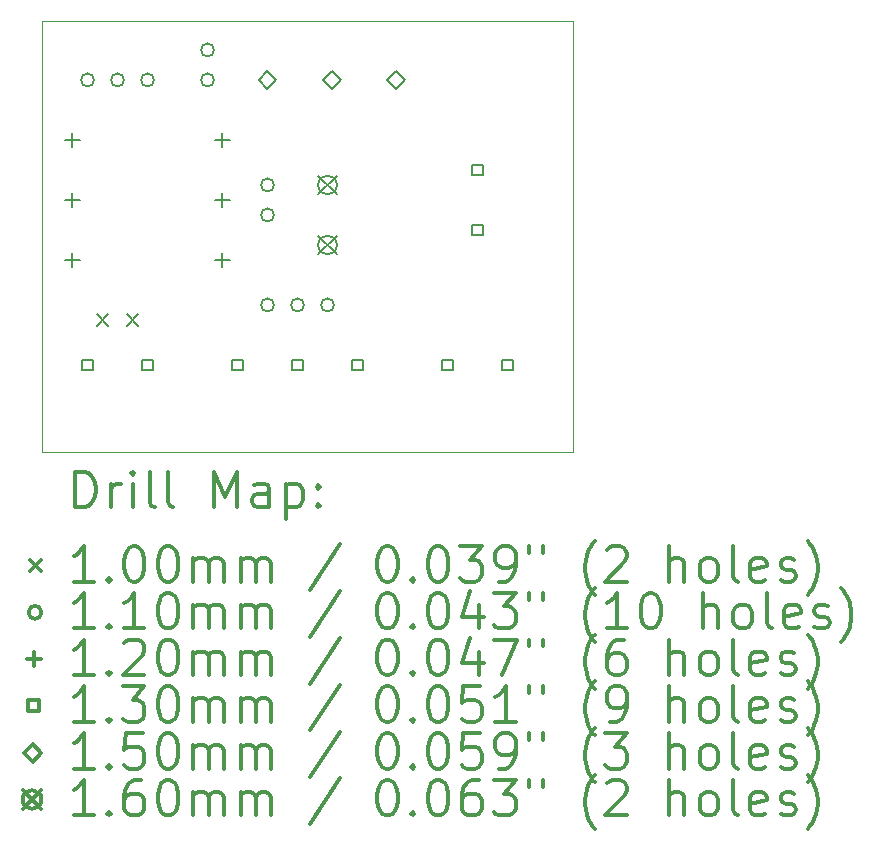
<source format=gbr>
%FSLAX45Y45*%
G04 Gerber Fmt 4.5, Leading zero omitted, Abs format (unit mm)*
G04 Created by KiCad (PCBNEW (5.1.2)-1) date 2020-03-03 11:04:51*
%MOMM*%
%LPD*%
G04 APERTURE LIST*
%ADD10C,0.050000*%
%ADD11C,0.200000*%
%ADD12C,0.300000*%
G04 APERTURE END LIST*
D10*
X14400000Y-11150000D02*
X14400000Y-7500000D01*
X9900000Y-11150000D02*
X14400000Y-11150000D01*
X14400000Y-7500000D02*
X9900000Y-7500000D01*
X9900000Y-7500000D02*
X9900000Y-11150000D01*
D11*
X10364000Y-9983000D02*
X10464000Y-10083000D01*
X10464000Y-9983000D02*
X10364000Y-10083000D01*
X10618000Y-9983000D02*
X10718000Y-10083000D01*
X10718000Y-9983000D02*
X10618000Y-10083000D01*
X11866000Y-8890000D02*
G75*
G03X11866000Y-8890000I-55000J0D01*
G01*
X11866000Y-9144000D02*
G75*
G03X11866000Y-9144000I-55000J0D01*
G01*
X11358000Y-7747000D02*
G75*
G03X11358000Y-7747000I-55000J0D01*
G01*
X11358000Y-8001000D02*
G75*
G03X11358000Y-8001000I-55000J0D01*
G01*
X11866000Y-9906000D02*
G75*
G03X11866000Y-9906000I-55000J0D01*
G01*
X12120000Y-9906000D02*
G75*
G03X12120000Y-9906000I-55000J0D01*
G01*
X12374000Y-9906000D02*
G75*
G03X12374000Y-9906000I-55000J0D01*
G01*
X10342000Y-8001000D02*
G75*
G03X10342000Y-8001000I-55000J0D01*
G01*
X10596000Y-8001000D02*
G75*
G03X10596000Y-8001000I-55000J0D01*
G01*
X10850000Y-8001000D02*
G75*
G03X10850000Y-8001000I-55000J0D01*
G01*
X10160000Y-9465000D02*
X10160000Y-9585000D01*
X10100000Y-9525000D02*
X10220000Y-9525000D01*
X11430000Y-9465000D02*
X11430000Y-9585000D01*
X11370000Y-9525000D02*
X11490000Y-9525000D01*
X10160000Y-8449000D02*
X10160000Y-8569000D01*
X10100000Y-8509000D02*
X10220000Y-8509000D01*
X11430000Y-8449000D02*
X11430000Y-8569000D01*
X11370000Y-8509000D02*
X11490000Y-8509000D01*
X10160000Y-8957000D02*
X10160000Y-9077000D01*
X10100000Y-9017000D02*
X10220000Y-9017000D01*
X11430000Y-8957000D02*
X11430000Y-9077000D01*
X11370000Y-9017000D02*
X11490000Y-9017000D01*
X13634962Y-8808962D02*
X13634962Y-8717038D01*
X13543038Y-8717038D01*
X13543038Y-8808962D01*
X13634962Y-8808962D01*
X13634962Y-9316962D02*
X13634962Y-9225038D01*
X13543038Y-9225038D01*
X13543038Y-9316962D01*
X13634962Y-9316962D01*
X13380962Y-10459962D02*
X13380962Y-10368038D01*
X13289038Y-10368038D01*
X13289038Y-10459962D01*
X13380962Y-10459962D01*
X13888962Y-10459962D02*
X13888962Y-10368038D01*
X13797038Y-10368038D01*
X13797038Y-10459962D01*
X13888962Y-10459962D01*
X10332962Y-10459962D02*
X10332962Y-10368038D01*
X10241038Y-10368038D01*
X10241038Y-10459962D01*
X10332962Y-10459962D01*
X10840962Y-10459962D02*
X10840962Y-10368038D01*
X10749038Y-10368038D01*
X10749038Y-10459962D01*
X10840962Y-10459962D01*
X11602962Y-10459962D02*
X11602962Y-10368038D01*
X11511038Y-10368038D01*
X11511038Y-10459962D01*
X11602962Y-10459962D01*
X12110962Y-10459962D02*
X12110962Y-10368038D01*
X12019038Y-10368038D01*
X12019038Y-10459962D01*
X12110962Y-10459962D01*
X12618962Y-10459962D02*
X12618962Y-10368038D01*
X12527038Y-10368038D01*
X12527038Y-10459962D01*
X12618962Y-10459962D01*
X11811000Y-8076000D02*
X11886000Y-8001000D01*
X11811000Y-7926000D01*
X11736000Y-8001000D01*
X11811000Y-8076000D01*
X12356000Y-8076000D02*
X12431000Y-8001000D01*
X12356000Y-7926000D01*
X12281000Y-8001000D01*
X12356000Y-8076000D01*
X12901000Y-8076000D02*
X12976000Y-8001000D01*
X12901000Y-7926000D01*
X12826000Y-8001000D01*
X12901000Y-8076000D01*
X12239000Y-8810000D02*
X12399000Y-8970000D01*
X12399000Y-8810000D02*
X12239000Y-8970000D01*
X12399000Y-8890000D02*
G75*
G03X12399000Y-8890000I-80000J0D01*
G01*
X12239000Y-9318000D02*
X12399000Y-9478000D01*
X12399000Y-9318000D02*
X12239000Y-9478000D01*
X12399000Y-9398000D02*
G75*
G03X12399000Y-9398000I-80000J0D01*
G01*
D12*
X10183928Y-11618214D02*
X10183928Y-11318214D01*
X10255357Y-11318214D01*
X10298214Y-11332500D01*
X10326786Y-11361071D01*
X10341071Y-11389643D01*
X10355357Y-11446786D01*
X10355357Y-11489643D01*
X10341071Y-11546786D01*
X10326786Y-11575357D01*
X10298214Y-11603929D01*
X10255357Y-11618214D01*
X10183928Y-11618214D01*
X10483928Y-11618214D02*
X10483928Y-11418214D01*
X10483928Y-11475357D02*
X10498214Y-11446786D01*
X10512500Y-11432500D01*
X10541071Y-11418214D01*
X10569643Y-11418214D01*
X10669643Y-11618214D02*
X10669643Y-11418214D01*
X10669643Y-11318214D02*
X10655357Y-11332500D01*
X10669643Y-11346786D01*
X10683928Y-11332500D01*
X10669643Y-11318214D01*
X10669643Y-11346786D01*
X10855357Y-11618214D02*
X10826786Y-11603929D01*
X10812500Y-11575357D01*
X10812500Y-11318214D01*
X11012500Y-11618214D02*
X10983928Y-11603929D01*
X10969643Y-11575357D01*
X10969643Y-11318214D01*
X11355357Y-11618214D02*
X11355357Y-11318214D01*
X11455357Y-11532500D01*
X11555357Y-11318214D01*
X11555357Y-11618214D01*
X11826786Y-11618214D02*
X11826786Y-11461071D01*
X11812500Y-11432500D01*
X11783928Y-11418214D01*
X11726786Y-11418214D01*
X11698214Y-11432500D01*
X11826786Y-11603929D02*
X11798214Y-11618214D01*
X11726786Y-11618214D01*
X11698214Y-11603929D01*
X11683928Y-11575357D01*
X11683928Y-11546786D01*
X11698214Y-11518214D01*
X11726786Y-11503929D01*
X11798214Y-11503929D01*
X11826786Y-11489643D01*
X11969643Y-11418214D02*
X11969643Y-11718214D01*
X11969643Y-11432500D02*
X11998214Y-11418214D01*
X12055357Y-11418214D01*
X12083928Y-11432500D01*
X12098214Y-11446786D01*
X12112500Y-11475357D01*
X12112500Y-11561071D01*
X12098214Y-11589643D01*
X12083928Y-11603929D01*
X12055357Y-11618214D01*
X11998214Y-11618214D01*
X11969643Y-11603929D01*
X12241071Y-11589643D02*
X12255357Y-11603929D01*
X12241071Y-11618214D01*
X12226786Y-11603929D01*
X12241071Y-11589643D01*
X12241071Y-11618214D01*
X12241071Y-11432500D02*
X12255357Y-11446786D01*
X12241071Y-11461071D01*
X12226786Y-11446786D01*
X12241071Y-11432500D01*
X12241071Y-11461071D01*
X9797500Y-12062500D02*
X9897500Y-12162500D01*
X9897500Y-12062500D02*
X9797500Y-12162500D01*
X10341071Y-12248214D02*
X10169643Y-12248214D01*
X10255357Y-12248214D02*
X10255357Y-11948214D01*
X10226786Y-11991071D01*
X10198214Y-12019643D01*
X10169643Y-12033929D01*
X10469643Y-12219643D02*
X10483928Y-12233929D01*
X10469643Y-12248214D01*
X10455357Y-12233929D01*
X10469643Y-12219643D01*
X10469643Y-12248214D01*
X10669643Y-11948214D02*
X10698214Y-11948214D01*
X10726786Y-11962500D01*
X10741071Y-11976786D01*
X10755357Y-12005357D01*
X10769643Y-12062500D01*
X10769643Y-12133929D01*
X10755357Y-12191071D01*
X10741071Y-12219643D01*
X10726786Y-12233929D01*
X10698214Y-12248214D01*
X10669643Y-12248214D01*
X10641071Y-12233929D01*
X10626786Y-12219643D01*
X10612500Y-12191071D01*
X10598214Y-12133929D01*
X10598214Y-12062500D01*
X10612500Y-12005357D01*
X10626786Y-11976786D01*
X10641071Y-11962500D01*
X10669643Y-11948214D01*
X10955357Y-11948214D02*
X10983928Y-11948214D01*
X11012500Y-11962500D01*
X11026786Y-11976786D01*
X11041071Y-12005357D01*
X11055357Y-12062500D01*
X11055357Y-12133929D01*
X11041071Y-12191071D01*
X11026786Y-12219643D01*
X11012500Y-12233929D01*
X10983928Y-12248214D01*
X10955357Y-12248214D01*
X10926786Y-12233929D01*
X10912500Y-12219643D01*
X10898214Y-12191071D01*
X10883928Y-12133929D01*
X10883928Y-12062500D01*
X10898214Y-12005357D01*
X10912500Y-11976786D01*
X10926786Y-11962500D01*
X10955357Y-11948214D01*
X11183928Y-12248214D02*
X11183928Y-12048214D01*
X11183928Y-12076786D02*
X11198214Y-12062500D01*
X11226786Y-12048214D01*
X11269643Y-12048214D01*
X11298214Y-12062500D01*
X11312500Y-12091071D01*
X11312500Y-12248214D01*
X11312500Y-12091071D02*
X11326786Y-12062500D01*
X11355357Y-12048214D01*
X11398214Y-12048214D01*
X11426786Y-12062500D01*
X11441071Y-12091071D01*
X11441071Y-12248214D01*
X11583928Y-12248214D02*
X11583928Y-12048214D01*
X11583928Y-12076786D02*
X11598214Y-12062500D01*
X11626786Y-12048214D01*
X11669643Y-12048214D01*
X11698214Y-12062500D01*
X11712500Y-12091071D01*
X11712500Y-12248214D01*
X11712500Y-12091071D02*
X11726786Y-12062500D01*
X11755357Y-12048214D01*
X11798214Y-12048214D01*
X11826786Y-12062500D01*
X11841071Y-12091071D01*
X11841071Y-12248214D01*
X12426786Y-11933929D02*
X12169643Y-12319643D01*
X12812500Y-11948214D02*
X12841071Y-11948214D01*
X12869643Y-11962500D01*
X12883928Y-11976786D01*
X12898214Y-12005357D01*
X12912500Y-12062500D01*
X12912500Y-12133929D01*
X12898214Y-12191071D01*
X12883928Y-12219643D01*
X12869643Y-12233929D01*
X12841071Y-12248214D01*
X12812500Y-12248214D01*
X12783928Y-12233929D01*
X12769643Y-12219643D01*
X12755357Y-12191071D01*
X12741071Y-12133929D01*
X12741071Y-12062500D01*
X12755357Y-12005357D01*
X12769643Y-11976786D01*
X12783928Y-11962500D01*
X12812500Y-11948214D01*
X13041071Y-12219643D02*
X13055357Y-12233929D01*
X13041071Y-12248214D01*
X13026786Y-12233929D01*
X13041071Y-12219643D01*
X13041071Y-12248214D01*
X13241071Y-11948214D02*
X13269643Y-11948214D01*
X13298214Y-11962500D01*
X13312500Y-11976786D01*
X13326786Y-12005357D01*
X13341071Y-12062500D01*
X13341071Y-12133929D01*
X13326786Y-12191071D01*
X13312500Y-12219643D01*
X13298214Y-12233929D01*
X13269643Y-12248214D01*
X13241071Y-12248214D01*
X13212500Y-12233929D01*
X13198214Y-12219643D01*
X13183928Y-12191071D01*
X13169643Y-12133929D01*
X13169643Y-12062500D01*
X13183928Y-12005357D01*
X13198214Y-11976786D01*
X13212500Y-11962500D01*
X13241071Y-11948214D01*
X13441071Y-11948214D02*
X13626786Y-11948214D01*
X13526786Y-12062500D01*
X13569643Y-12062500D01*
X13598214Y-12076786D01*
X13612500Y-12091071D01*
X13626786Y-12119643D01*
X13626786Y-12191071D01*
X13612500Y-12219643D01*
X13598214Y-12233929D01*
X13569643Y-12248214D01*
X13483928Y-12248214D01*
X13455357Y-12233929D01*
X13441071Y-12219643D01*
X13769643Y-12248214D02*
X13826786Y-12248214D01*
X13855357Y-12233929D01*
X13869643Y-12219643D01*
X13898214Y-12176786D01*
X13912500Y-12119643D01*
X13912500Y-12005357D01*
X13898214Y-11976786D01*
X13883928Y-11962500D01*
X13855357Y-11948214D01*
X13798214Y-11948214D01*
X13769643Y-11962500D01*
X13755357Y-11976786D01*
X13741071Y-12005357D01*
X13741071Y-12076786D01*
X13755357Y-12105357D01*
X13769643Y-12119643D01*
X13798214Y-12133929D01*
X13855357Y-12133929D01*
X13883928Y-12119643D01*
X13898214Y-12105357D01*
X13912500Y-12076786D01*
X14026786Y-11948214D02*
X14026786Y-12005357D01*
X14141071Y-11948214D02*
X14141071Y-12005357D01*
X14583928Y-12362500D02*
X14569643Y-12348214D01*
X14541071Y-12305357D01*
X14526786Y-12276786D01*
X14512500Y-12233929D01*
X14498214Y-12162500D01*
X14498214Y-12105357D01*
X14512500Y-12033929D01*
X14526786Y-11991071D01*
X14541071Y-11962500D01*
X14569643Y-11919643D01*
X14583928Y-11905357D01*
X14683928Y-11976786D02*
X14698214Y-11962500D01*
X14726786Y-11948214D01*
X14798214Y-11948214D01*
X14826786Y-11962500D01*
X14841071Y-11976786D01*
X14855357Y-12005357D01*
X14855357Y-12033929D01*
X14841071Y-12076786D01*
X14669643Y-12248214D01*
X14855357Y-12248214D01*
X15212500Y-12248214D02*
X15212500Y-11948214D01*
X15341071Y-12248214D02*
X15341071Y-12091071D01*
X15326786Y-12062500D01*
X15298214Y-12048214D01*
X15255357Y-12048214D01*
X15226786Y-12062500D01*
X15212500Y-12076786D01*
X15526786Y-12248214D02*
X15498214Y-12233929D01*
X15483928Y-12219643D01*
X15469643Y-12191071D01*
X15469643Y-12105357D01*
X15483928Y-12076786D01*
X15498214Y-12062500D01*
X15526786Y-12048214D01*
X15569643Y-12048214D01*
X15598214Y-12062500D01*
X15612500Y-12076786D01*
X15626786Y-12105357D01*
X15626786Y-12191071D01*
X15612500Y-12219643D01*
X15598214Y-12233929D01*
X15569643Y-12248214D01*
X15526786Y-12248214D01*
X15798214Y-12248214D02*
X15769643Y-12233929D01*
X15755357Y-12205357D01*
X15755357Y-11948214D01*
X16026786Y-12233929D02*
X15998214Y-12248214D01*
X15941071Y-12248214D01*
X15912500Y-12233929D01*
X15898214Y-12205357D01*
X15898214Y-12091071D01*
X15912500Y-12062500D01*
X15941071Y-12048214D01*
X15998214Y-12048214D01*
X16026786Y-12062500D01*
X16041071Y-12091071D01*
X16041071Y-12119643D01*
X15898214Y-12148214D01*
X16155357Y-12233929D02*
X16183928Y-12248214D01*
X16241071Y-12248214D01*
X16269643Y-12233929D01*
X16283928Y-12205357D01*
X16283928Y-12191071D01*
X16269643Y-12162500D01*
X16241071Y-12148214D01*
X16198214Y-12148214D01*
X16169643Y-12133929D01*
X16155357Y-12105357D01*
X16155357Y-12091071D01*
X16169643Y-12062500D01*
X16198214Y-12048214D01*
X16241071Y-12048214D01*
X16269643Y-12062500D01*
X16383928Y-12362500D02*
X16398214Y-12348214D01*
X16426786Y-12305357D01*
X16441071Y-12276786D01*
X16455357Y-12233929D01*
X16469643Y-12162500D01*
X16469643Y-12105357D01*
X16455357Y-12033929D01*
X16441071Y-11991071D01*
X16426786Y-11962500D01*
X16398214Y-11919643D01*
X16383928Y-11905357D01*
X9897500Y-12508500D02*
G75*
G03X9897500Y-12508500I-55000J0D01*
G01*
X10341071Y-12644214D02*
X10169643Y-12644214D01*
X10255357Y-12644214D02*
X10255357Y-12344214D01*
X10226786Y-12387071D01*
X10198214Y-12415643D01*
X10169643Y-12429929D01*
X10469643Y-12615643D02*
X10483928Y-12629929D01*
X10469643Y-12644214D01*
X10455357Y-12629929D01*
X10469643Y-12615643D01*
X10469643Y-12644214D01*
X10769643Y-12644214D02*
X10598214Y-12644214D01*
X10683928Y-12644214D02*
X10683928Y-12344214D01*
X10655357Y-12387071D01*
X10626786Y-12415643D01*
X10598214Y-12429929D01*
X10955357Y-12344214D02*
X10983928Y-12344214D01*
X11012500Y-12358500D01*
X11026786Y-12372786D01*
X11041071Y-12401357D01*
X11055357Y-12458500D01*
X11055357Y-12529929D01*
X11041071Y-12587071D01*
X11026786Y-12615643D01*
X11012500Y-12629929D01*
X10983928Y-12644214D01*
X10955357Y-12644214D01*
X10926786Y-12629929D01*
X10912500Y-12615643D01*
X10898214Y-12587071D01*
X10883928Y-12529929D01*
X10883928Y-12458500D01*
X10898214Y-12401357D01*
X10912500Y-12372786D01*
X10926786Y-12358500D01*
X10955357Y-12344214D01*
X11183928Y-12644214D02*
X11183928Y-12444214D01*
X11183928Y-12472786D02*
X11198214Y-12458500D01*
X11226786Y-12444214D01*
X11269643Y-12444214D01*
X11298214Y-12458500D01*
X11312500Y-12487071D01*
X11312500Y-12644214D01*
X11312500Y-12487071D02*
X11326786Y-12458500D01*
X11355357Y-12444214D01*
X11398214Y-12444214D01*
X11426786Y-12458500D01*
X11441071Y-12487071D01*
X11441071Y-12644214D01*
X11583928Y-12644214D02*
X11583928Y-12444214D01*
X11583928Y-12472786D02*
X11598214Y-12458500D01*
X11626786Y-12444214D01*
X11669643Y-12444214D01*
X11698214Y-12458500D01*
X11712500Y-12487071D01*
X11712500Y-12644214D01*
X11712500Y-12487071D02*
X11726786Y-12458500D01*
X11755357Y-12444214D01*
X11798214Y-12444214D01*
X11826786Y-12458500D01*
X11841071Y-12487071D01*
X11841071Y-12644214D01*
X12426786Y-12329929D02*
X12169643Y-12715643D01*
X12812500Y-12344214D02*
X12841071Y-12344214D01*
X12869643Y-12358500D01*
X12883928Y-12372786D01*
X12898214Y-12401357D01*
X12912500Y-12458500D01*
X12912500Y-12529929D01*
X12898214Y-12587071D01*
X12883928Y-12615643D01*
X12869643Y-12629929D01*
X12841071Y-12644214D01*
X12812500Y-12644214D01*
X12783928Y-12629929D01*
X12769643Y-12615643D01*
X12755357Y-12587071D01*
X12741071Y-12529929D01*
X12741071Y-12458500D01*
X12755357Y-12401357D01*
X12769643Y-12372786D01*
X12783928Y-12358500D01*
X12812500Y-12344214D01*
X13041071Y-12615643D02*
X13055357Y-12629929D01*
X13041071Y-12644214D01*
X13026786Y-12629929D01*
X13041071Y-12615643D01*
X13041071Y-12644214D01*
X13241071Y-12344214D02*
X13269643Y-12344214D01*
X13298214Y-12358500D01*
X13312500Y-12372786D01*
X13326786Y-12401357D01*
X13341071Y-12458500D01*
X13341071Y-12529929D01*
X13326786Y-12587071D01*
X13312500Y-12615643D01*
X13298214Y-12629929D01*
X13269643Y-12644214D01*
X13241071Y-12644214D01*
X13212500Y-12629929D01*
X13198214Y-12615643D01*
X13183928Y-12587071D01*
X13169643Y-12529929D01*
X13169643Y-12458500D01*
X13183928Y-12401357D01*
X13198214Y-12372786D01*
X13212500Y-12358500D01*
X13241071Y-12344214D01*
X13598214Y-12444214D02*
X13598214Y-12644214D01*
X13526786Y-12329929D02*
X13455357Y-12544214D01*
X13641071Y-12544214D01*
X13726786Y-12344214D02*
X13912500Y-12344214D01*
X13812500Y-12458500D01*
X13855357Y-12458500D01*
X13883928Y-12472786D01*
X13898214Y-12487071D01*
X13912500Y-12515643D01*
X13912500Y-12587071D01*
X13898214Y-12615643D01*
X13883928Y-12629929D01*
X13855357Y-12644214D01*
X13769643Y-12644214D01*
X13741071Y-12629929D01*
X13726786Y-12615643D01*
X14026786Y-12344214D02*
X14026786Y-12401357D01*
X14141071Y-12344214D02*
X14141071Y-12401357D01*
X14583928Y-12758500D02*
X14569643Y-12744214D01*
X14541071Y-12701357D01*
X14526786Y-12672786D01*
X14512500Y-12629929D01*
X14498214Y-12558500D01*
X14498214Y-12501357D01*
X14512500Y-12429929D01*
X14526786Y-12387071D01*
X14541071Y-12358500D01*
X14569643Y-12315643D01*
X14583928Y-12301357D01*
X14855357Y-12644214D02*
X14683928Y-12644214D01*
X14769643Y-12644214D02*
X14769643Y-12344214D01*
X14741071Y-12387071D01*
X14712500Y-12415643D01*
X14683928Y-12429929D01*
X15041071Y-12344214D02*
X15069643Y-12344214D01*
X15098214Y-12358500D01*
X15112500Y-12372786D01*
X15126786Y-12401357D01*
X15141071Y-12458500D01*
X15141071Y-12529929D01*
X15126786Y-12587071D01*
X15112500Y-12615643D01*
X15098214Y-12629929D01*
X15069643Y-12644214D01*
X15041071Y-12644214D01*
X15012500Y-12629929D01*
X14998214Y-12615643D01*
X14983928Y-12587071D01*
X14969643Y-12529929D01*
X14969643Y-12458500D01*
X14983928Y-12401357D01*
X14998214Y-12372786D01*
X15012500Y-12358500D01*
X15041071Y-12344214D01*
X15498214Y-12644214D02*
X15498214Y-12344214D01*
X15626786Y-12644214D02*
X15626786Y-12487071D01*
X15612500Y-12458500D01*
X15583928Y-12444214D01*
X15541071Y-12444214D01*
X15512500Y-12458500D01*
X15498214Y-12472786D01*
X15812500Y-12644214D02*
X15783928Y-12629929D01*
X15769643Y-12615643D01*
X15755357Y-12587071D01*
X15755357Y-12501357D01*
X15769643Y-12472786D01*
X15783928Y-12458500D01*
X15812500Y-12444214D01*
X15855357Y-12444214D01*
X15883928Y-12458500D01*
X15898214Y-12472786D01*
X15912500Y-12501357D01*
X15912500Y-12587071D01*
X15898214Y-12615643D01*
X15883928Y-12629929D01*
X15855357Y-12644214D01*
X15812500Y-12644214D01*
X16083928Y-12644214D02*
X16055357Y-12629929D01*
X16041071Y-12601357D01*
X16041071Y-12344214D01*
X16312500Y-12629929D02*
X16283928Y-12644214D01*
X16226786Y-12644214D01*
X16198214Y-12629929D01*
X16183928Y-12601357D01*
X16183928Y-12487071D01*
X16198214Y-12458500D01*
X16226786Y-12444214D01*
X16283928Y-12444214D01*
X16312500Y-12458500D01*
X16326786Y-12487071D01*
X16326786Y-12515643D01*
X16183928Y-12544214D01*
X16441071Y-12629929D02*
X16469643Y-12644214D01*
X16526786Y-12644214D01*
X16555357Y-12629929D01*
X16569643Y-12601357D01*
X16569643Y-12587071D01*
X16555357Y-12558500D01*
X16526786Y-12544214D01*
X16483928Y-12544214D01*
X16455357Y-12529929D01*
X16441071Y-12501357D01*
X16441071Y-12487071D01*
X16455357Y-12458500D01*
X16483928Y-12444214D01*
X16526786Y-12444214D01*
X16555357Y-12458500D01*
X16669643Y-12758500D02*
X16683928Y-12744214D01*
X16712500Y-12701357D01*
X16726786Y-12672786D01*
X16741071Y-12629929D01*
X16755357Y-12558500D01*
X16755357Y-12501357D01*
X16741071Y-12429929D01*
X16726786Y-12387071D01*
X16712500Y-12358500D01*
X16683928Y-12315643D01*
X16669643Y-12301357D01*
X9837500Y-12844500D02*
X9837500Y-12964500D01*
X9777500Y-12904500D02*
X9897500Y-12904500D01*
X10341071Y-13040214D02*
X10169643Y-13040214D01*
X10255357Y-13040214D02*
X10255357Y-12740214D01*
X10226786Y-12783071D01*
X10198214Y-12811643D01*
X10169643Y-12825929D01*
X10469643Y-13011643D02*
X10483928Y-13025929D01*
X10469643Y-13040214D01*
X10455357Y-13025929D01*
X10469643Y-13011643D01*
X10469643Y-13040214D01*
X10598214Y-12768786D02*
X10612500Y-12754500D01*
X10641071Y-12740214D01*
X10712500Y-12740214D01*
X10741071Y-12754500D01*
X10755357Y-12768786D01*
X10769643Y-12797357D01*
X10769643Y-12825929D01*
X10755357Y-12868786D01*
X10583928Y-13040214D01*
X10769643Y-13040214D01*
X10955357Y-12740214D02*
X10983928Y-12740214D01*
X11012500Y-12754500D01*
X11026786Y-12768786D01*
X11041071Y-12797357D01*
X11055357Y-12854500D01*
X11055357Y-12925929D01*
X11041071Y-12983071D01*
X11026786Y-13011643D01*
X11012500Y-13025929D01*
X10983928Y-13040214D01*
X10955357Y-13040214D01*
X10926786Y-13025929D01*
X10912500Y-13011643D01*
X10898214Y-12983071D01*
X10883928Y-12925929D01*
X10883928Y-12854500D01*
X10898214Y-12797357D01*
X10912500Y-12768786D01*
X10926786Y-12754500D01*
X10955357Y-12740214D01*
X11183928Y-13040214D02*
X11183928Y-12840214D01*
X11183928Y-12868786D02*
X11198214Y-12854500D01*
X11226786Y-12840214D01*
X11269643Y-12840214D01*
X11298214Y-12854500D01*
X11312500Y-12883071D01*
X11312500Y-13040214D01*
X11312500Y-12883071D02*
X11326786Y-12854500D01*
X11355357Y-12840214D01*
X11398214Y-12840214D01*
X11426786Y-12854500D01*
X11441071Y-12883071D01*
X11441071Y-13040214D01*
X11583928Y-13040214D02*
X11583928Y-12840214D01*
X11583928Y-12868786D02*
X11598214Y-12854500D01*
X11626786Y-12840214D01*
X11669643Y-12840214D01*
X11698214Y-12854500D01*
X11712500Y-12883071D01*
X11712500Y-13040214D01*
X11712500Y-12883071D02*
X11726786Y-12854500D01*
X11755357Y-12840214D01*
X11798214Y-12840214D01*
X11826786Y-12854500D01*
X11841071Y-12883071D01*
X11841071Y-13040214D01*
X12426786Y-12725929D02*
X12169643Y-13111643D01*
X12812500Y-12740214D02*
X12841071Y-12740214D01*
X12869643Y-12754500D01*
X12883928Y-12768786D01*
X12898214Y-12797357D01*
X12912500Y-12854500D01*
X12912500Y-12925929D01*
X12898214Y-12983071D01*
X12883928Y-13011643D01*
X12869643Y-13025929D01*
X12841071Y-13040214D01*
X12812500Y-13040214D01*
X12783928Y-13025929D01*
X12769643Y-13011643D01*
X12755357Y-12983071D01*
X12741071Y-12925929D01*
X12741071Y-12854500D01*
X12755357Y-12797357D01*
X12769643Y-12768786D01*
X12783928Y-12754500D01*
X12812500Y-12740214D01*
X13041071Y-13011643D02*
X13055357Y-13025929D01*
X13041071Y-13040214D01*
X13026786Y-13025929D01*
X13041071Y-13011643D01*
X13041071Y-13040214D01*
X13241071Y-12740214D02*
X13269643Y-12740214D01*
X13298214Y-12754500D01*
X13312500Y-12768786D01*
X13326786Y-12797357D01*
X13341071Y-12854500D01*
X13341071Y-12925929D01*
X13326786Y-12983071D01*
X13312500Y-13011643D01*
X13298214Y-13025929D01*
X13269643Y-13040214D01*
X13241071Y-13040214D01*
X13212500Y-13025929D01*
X13198214Y-13011643D01*
X13183928Y-12983071D01*
X13169643Y-12925929D01*
X13169643Y-12854500D01*
X13183928Y-12797357D01*
X13198214Y-12768786D01*
X13212500Y-12754500D01*
X13241071Y-12740214D01*
X13598214Y-12840214D02*
X13598214Y-13040214D01*
X13526786Y-12725929D02*
X13455357Y-12940214D01*
X13641071Y-12940214D01*
X13726786Y-12740214D02*
X13926786Y-12740214D01*
X13798214Y-13040214D01*
X14026786Y-12740214D02*
X14026786Y-12797357D01*
X14141071Y-12740214D02*
X14141071Y-12797357D01*
X14583928Y-13154500D02*
X14569643Y-13140214D01*
X14541071Y-13097357D01*
X14526786Y-13068786D01*
X14512500Y-13025929D01*
X14498214Y-12954500D01*
X14498214Y-12897357D01*
X14512500Y-12825929D01*
X14526786Y-12783071D01*
X14541071Y-12754500D01*
X14569643Y-12711643D01*
X14583928Y-12697357D01*
X14826786Y-12740214D02*
X14769643Y-12740214D01*
X14741071Y-12754500D01*
X14726786Y-12768786D01*
X14698214Y-12811643D01*
X14683928Y-12868786D01*
X14683928Y-12983071D01*
X14698214Y-13011643D01*
X14712500Y-13025929D01*
X14741071Y-13040214D01*
X14798214Y-13040214D01*
X14826786Y-13025929D01*
X14841071Y-13011643D01*
X14855357Y-12983071D01*
X14855357Y-12911643D01*
X14841071Y-12883071D01*
X14826786Y-12868786D01*
X14798214Y-12854500D01*
X14741071Y-12854500D01*
X14712500Y-12868786D01*
X14698214Y-12883071D01*
X14683928Y-12911643D01*
X15212500Y-13040214D02*
X15212500Y-12740214D01*
X15341071Y-13040214D02*
X15341071Y-12883071D01*
X15326786Y-12854500D01*
X15298214Y-12840214D01*
X15255357Y-12840214D01*
X15226786Y-12854500D01*
X15212500Y-12868786D01*
X15526786Y-13040214D02*
X15498214Y-13025929D01*
X15483928Y-13011643D01*
X15469643Y-12983071D01*
X15469643Y-12897357D01*
X15483928Y-12868786D01*
X15498214Y-12854500D01*
X15526786Y-12840214D01*
X15569643Y-12840214D01*
X15598214Y-12854500D01*
X15612500Y-12868786D01*
X15626786Y-12897357D01*
X15626786Y-12983071D01*
X15612500Y-13011643D01*
X15598214Y-13025929D01*
X15569643Y-13040214D01*
X15526786Y-13040214D01*
X15798214Y-13040214D02*
X15769643Y-13025929D01*
X15755357Y-12997357D01*
X15755357Y-12740214D01*
X16026786Y-13025929D02*
X15998214Y-13040214D01*
X15941071Y-13040214D01*
X15912500Y-13025929D01*
X15898214Y-12997357D01*
X15898214Y-12883071D01*
X15912500Y-12854500D01*
X15941071Y-12840214D01*
X15998214Y-12840214D01*
X16026786Y-12854500D01*
X16041071Y-12883071D01*
X16041071Y-12911643D01*
X15898214Y-12940214D01*
X16155357Y-13025929D02*
X16183928Y-13040214D01*
X16241071Y-13040214D01*
X16269643Y-13025929D01*
X16283928Y-12997357D01*
X16283928Y-12983071D01*
X16269643Y-12954500D01*
X16241071Y-12940214D01*
X16198214Y-12940214D01*
X16169643Y-12925929D01*
X16155357Y-12897357D01*
X16155357Y-12883071D01*
X16169643Y-12854500D01*
X16198214Y-12840214D01*
X16241071Y-12840214D01*
X16269643Y-12854500D01*
X16383928Y-13154500D02*
X16398214Y-13140214D01*
X16426786Y-13097357D01*
X16441071Y-13068786D01*
X16455357Y-13025929D01*
X16469643Y-12954500D01*
X16469643Y-12897357D01*
X16455357Y-12825929D01*
X16441071Y-12783071D01*
X16426786Y-12754500D01*
X16398214Y-12711643D01*
X16383928Y-12697357D01*
X9878462Y-13346462D02*
X9878462Y-13254538D01*
X9786538Y-13254538D01*
X9786538Y-13346462D01*
X9878462Y-13346462D01*
X10341071Y-13436214D02*
X10169643Y-13436214D01*
X10255357Y-13436214D02*
X10255357Y-13136214D01*
X10226786Y-13179071D01*
X10198214Y-13207643D01*
X10169643Y-13221929D01*
X10469643Y-13407643D02*
X10483928Y-13421929D01*
X10469643Y-13436214D01*
X10455357Y-13421929D01*
X10469643Y-13407643D01*
X10469643Y-13436214D01*
X10583928Y-13136214D02*
X10769643Y-13136214D01*
X10669643Y-13250500D01*
X10712500Y-13250500D01*
X10741071Y-13264786D01*
X10755357Y-13279071D01*
X10769643Y-13307643D01*
X10769643Y-13379071D01*
X10755357Y-13407643D01*
X10741071Y-13421929D01*
X10712500Y-13436214D01*
X10626786Y-13436214D01*
X10598214Y-13421929D01*
X10583928Y-13407643D01*
X10955357Y-13136214D02*
X10983928Y-13136214D01*
X11012500Y-13150500D01*
X11026786Y-13164786D01*
X11041071Y-13193357D01*
X11055357Y-13250500D01*
X11055357Y-13321929D01*
X11041071Y-13379071D01*
X11026786Y-13407643D01*
X11012500Y-13421929D01*
X10983928Y-13436214D01*
X10955357Y-13436214D01*
X10926786Y-13421929D01*
X10912500Y-13407643D01*
X10898214Y-13379071D01*
X10883928Y-13321929D01*
X10883928Y-13250500D01*
X10898214Y-13193357D01*
X10912500Y-13164786D01*
X10926786Y-13150500D01*
X10955357Y-13136214D01*
X11183928Y-13436214D02*
X11183928Y-13236214D01*
X11183928Y-13264786D02*
X11198214Y-13250500D01*
X11226786Y-13236214D01*
X11269643Y-13236214D01*
X11298214Y-13250500D01*
X11312500Y-13279071D01*
X11312500Y-13436214D01*
X11312500Y-13279071D02*
X11326786Y-13250500D01*
X11355357Y-13236214D01*
X11398214Y-13236214D01*
X11426786Y-13250500D01*
X11441071Y-13279071D01*
X11441071Y-13436214D01*
X11583928Y-13436214D02*
X11583928Y-13236214D01*
X11583928Y-13264786D02*
X11598214Y-13250500D01*
X11626786Y-13236214D01*
X11669643Y-13236214D01*
X11698214Y-13250500D01*
X11712500Y-13279071D01*
X11712500Y-13436214D01*
X11712500Y-13279071D02*
X11726786Y-13250500D01*
X11755357Y-13236214D01*
X11798214Y-13236214D01*
X11826786Y-13250500D01*
X11841071Y-13279071D01*
X11841071Y-13436214D01*
X12426786Y-13121929D02*
X12169643Y-13507643D01*
X12812500Y-13136214D02*
X12841071Y-13136214D01*
X12869643Y-13150500D01*
X12883928Y-13164786D01*
X12898214Y-13193357D01*
X12912500Y-13250500D01*
X12912500Y-13321929D01*
X12898214Y-13379071D01*
X12883928Y-13407643D01*
X12869643Y-13421929D01*
X12841071Y-13436214D01*
X12812500Y-13436214D01*
X12783928Y-13421929D01*
X12769643Y-13407643D01*
X12755357Y-13379071D01*
X12741071Y-13321929D01*
X12741071Y-13250500D01*
X12755357Y-13193357D01*
X12769643Y-13164786D01*
X12783928Y-13150500D01*
X12812500Y-13136214D01*
X13041071Y-13407643D02*
X13055357Y-13421929D01*
X13041071Y-13436214D01*
X13026786Y-13421929D01*
X13041071Y-13407643D01*
X13041071Y-13436214D01*
X13241071Y-13136214D02*
X13269643Y-13136214D01*
X13298214Y-13150500D01*
X13312500Y-13164786D01*
X13326786Y-13193357D01*
X13341071Y-13250500D01*
X13341071Y-13321929D01*
X13326786Y-13379071D01*
X13312500Y-13407643D01*
X13298214Y-13421929D01*
X13269643Y-13436214D01*
X13241071Y-13436214D01*
X13212500Y-13421929D01*
X13198214Y-13407643D01*
X13183928Y-13379071D01*
X13169643Y-13321929D01*
X13169643Y-13250500D01*
X13183928Y-13193357D01*
X13198214Y-13164786D01*
X13212500Y-13150500D01*
X13241071Y-13136214D01*
X13612500Y-13136214D02*
X13469643Y-13136214D01*
X13455357Y-13279071D01*
X13469643Y-13264786D01*
X13498214Y-13250500D01*
X13569643Y-13250500D01*
X13598214Y-13264786D01*
X13612500Y-13279071D01*
X13626786Y-13307643D01*
X13626786Y-13379071D01*
X13612500Y-13407643D01*
X13598214Y-13421929D01*
X13569643Y-13436214D01*
X13498214Y-13436214D01*
X13469643Y-13421929D01*
X13455357Y-13407643D01*
X13912500Y-13436214D02*
X13741071Y-13436214D01*
X13826786Y-13436214D02*
X13826786Y-13136214D01*
X13798214Y-13179071D01*
X13769643Y-13207643D01*
X13741071Y-13221929D01*
X14026786Y-13136214D02*
X14026786Y-13193357D01*
X14141071Y-13136214D02*
X14141071Y-13193357D01*
X14583928Y-13550500D02*
X14569643Y-13536214D01*
X14541071Y-13493357D01*
X14526786Y-13464786D01*
X14512500Y-13421929D01*
X14498214Y-13350500D01*
X14498214Y-13293357D01*
X14512500Y-13221929D01*
X14526786Y-13179071D01*
X14541071Y-13150500D01*
X14569643Y-13107643D01*
X14583928Y-13093357D01*
X14712500Y-13436214D02*
X14769643Y-13436214D01*
X14798214Y-13421929D01*
X14812500Y-13407643D01*
X14841071Y-13364786D01*
X14855357Y-13307643D01*
X14855357Y-13193357D01*
X14841071Y-13164786D01*
X14826786Y-13150500D01*
X14798214Y-13136214D01*
X14741071Y-13136214D01*
X14712500Y-13150500D01*
X14698214Y-13164786D01*
X14683928Y-13193357D01*
X14683928Y-13264786D01*
X14698214Y-13293357D01*
X14712500Y-13307643D01*
X14741071Y-13321929D01*
X14798214Y-13321929D01*
X14826786Y-13307643D01*
X14841071Y-13293357D01*
X14855357Y-13264786D01*
X15212500Y-13436214D02*
X15212500Y-13136214D01*
X15341071Y-13436214D02*
X15341071Y-13279071D01*
X15326786Y-13250500D01*
X15298214Y-13236214D01*
X15255357Y-13236214D01*
X15226786Y-13250500D01*
X15212500Y-13264786D01*
X15526786Y-13436214D02*
X15498214Y-13421929D01*
X15483928Y-13407643D01*
X15469643Y-13379071D01*
X15469643Y-13293357D01*
X15483928Y-13264786D01*
X15498214Y-13250500D01*
X15526786Y-13236214D01*
X15569643Y-13236214D01*
X15598214Y-13250500D01*
X15612500Y-13264786D01*
X15626786Y-13293357D01*
X15626786Y-13379071D01*
X15612500Y-13407643D01*
X15598214Y-13421929D01*
X15569643Y-13436214D01*
X15526786Y-13436214D01*
X15798214Y-13436214D02*
X15769643Y-13421929D01*
X15755357Y-13393357D01*
X15755357Y-13136214D01*
X16026786Y-13421929D02*
X15998214Y-13436214D01*
X15941071Y-13436214D01*
X15912500Y-13421929D01*
X15898214Y-13393357D01*
X15898214Y-13279071D01*
X15912500Y-13250500D01*
X15941071Y-13236214D01*
X15998214Y-13236214D01*
X16026786Y-13250500D01*
X16041071Y-13279071D01*
X16041071Y-13307643D01*
X15898214Y-13336214D01*
X16155357Y-13421929D02*
X16183928Y-13436214D01*
X16241071Y-13436214D01*
X16269643Y-13421929D01*
X16283928Y-13393357D01*
X16283928Y-13379071D01*
X16269643Y-13350500D01*
X16241071Y-13336214D01*
X16198214Y-13336214D01*
X16169643Y-13321929D01*
X16155357Y-13293357D01*
X16155357Y-13279071D01*
X16169643Y-13250500D01*
X16198214Y-13236214D01*
X16241071Y-13236214D01*
X16269643Y-13250500D01*
X16383928Y-13550500D02*
X16398214Y-13536214D01*
X16426786Y-13493357D01*
X16441071Y-13464786D01*
X16455357Y-13421929D01*
X16469643Y-13350500D01*
X16469643Y-13293357D01*
X16455357Y-13221929D01*
X16441071Y-13179071D01*
X16426786Y-13150500D01*
X16398214Y-13107643D01*
X16383928Y-13093357D01*
X9822500Y-13771500D02*
X9897500Y-13696500D01*
X9822500Y-13621500D01*
X9747500Y-13696500D01*
X9822500Y-13771500D01*
X10341071Y-13832214D02*
X10169643Y-13832214D01*
X10255357Y-13832214D02*
X10255357Y-13532214D01*
X10226786Y-13575071D01*
X10198214Y-13603643D01*
X10169643Y-13617929D01*
X10469643Y-13803643D02*
X10483928Y-13817929D01*
X10469643Y-13832214D01*
X10455357Y-13817929D01*
X10469643Y-13803643D01*
X10469643Y-13832214D01*
X10755357Y-13532214D02*
X10612500Y-13532214D01*
X10598214Y-13675071D01*
X10612500Y-13660786D01*
X10641071Y-13646500D01*
X10712500Y-13646500D01*
X10741071Y-13660786D01*
X10755357Y-13675071D01*
X10769643Y-13703643D01*
X10769643Y-13775071D01*
X10755357Y-13803643D01*
X10741071Y-13817929D01*
X10712500Y-13832214D01*
X10641071Y-13832214D01*
X10612500Y-13817929D01*
X10598214Y-13803643D01*
X10955357Y-13532214D02*
X10983928Y-13532214D01*
X11012500Y-13546500D01*
X11026786Y-13560786D01*
X11041071Y-13589357D01*
X11055357Y-13646500D01*
X11055357Y-13717929D01*
X11041071Y-13775071D01*
X11026786Y-13803643D01*
X11012500Y-13817929D01*
X10983928Y-13832214D01*
X10955357Y-13832214D01*
X10926786Y-13817929D01*
X10912500Y-13803643D01*
X10898214Y-13775071D01*
X10883928Y-13717929D01*
X10883928Y-13646500D01*
X10898214Y-13589357D01*
X10912500Y-13560786D01*
X10926786Y-13546500D01*
X10955357Y-13532214D01*
X11183928Y-13832214D02*
X11183928Y-13632214D01*
X11183928Y-13660786D02*
X11198214Y-13646500D01*
X11226786Y-13632214D01*
X11269643Y-13632214D01*
X11298214Y-13646500D01*
X11312500Y-13675071D01*
X11312500Y-13832214D01*
X11312500Y-13675071D02*
X11326786Y-13646500D01*
X11355357Y-13632214D01*
X11398214Y-13632214D01*
X11426786Y-13646500D01*
X11441071Y-13675071D01*
X11441071Y-13832214D01*
X11583928Y-13832214D02*
X11583928Y-13632214D01*
X11583928Y-13660786D02*
X11598214Y-13646500D01*
X11626786Y-13632214D01*
X11669643Y-13632214D01*
X11698214Y-13646500D01*
X11712500Y-13675071D01*
X11712500Y-13832214D01*
X11712500Y-13675071D02*
X11726786Y-13646500D01*
X11755357Y-13632214D01*
X11798214Y-13632214D01*
X11826786Y-13646500D01*
X11841071Y-13675071D01*
X11841071Y-13832214D01*
X12426786Y-13517929D02*
X12169643Y-13903643D01*
X12812500Y-13532214D02*
X12841071Y-13532214D01*
X12869643Y-13546500D01*
X12883928Y-13560786D01*
X12898214Y-13589357D01*
X12912500Y-13646500D01*
X12912500Y-13717929D01*
X12898214Y-13775071D01*
X12883928Y-13803643D01*
X12869643Y-13817929D01*
X12841071Y-13832214D01*
X12812500Y-13832214D01*
X12783928Y-13817929D01*
X12769643Y-13803643D01*
X12755357Y-13775071D01*
X12741071Y-13717929D01*
X12741071Y-13646500D01*
X12755357Y-13589357D01*
X12769643Y-13560786D01*
X12783928Y-13546500D01*
X12812500Y-13532214D01*
X13041071Y-13803643D02*
X13055357Y-13817929D01*
X13041071Y-13832214D01*
X13026786Y-13817929D01*
X13041071Y-13803643D01*
X13041071Y-13832214D01*
X13241071Y-13532214D02*
X13269643Y-13532214D01*
X13298214Y-13546500D01*
X13312500Y-13560786D01*
X13326786Y-13589357D01*
X13341071Y-13646500D01*
X13341071Y-13717929D01*
X13326786Y-13775071D01*
X13312500Y-13803643D01*
X13298214Y-13817929D01*
X13269643Y-13832214D01*
X13241071Y-13832214D01*
X13212500Y-13817929D01*
X13198214Y-13803643D01*
X13183928Y-13775071D01*
X13169643Y-13717929D01*
X13169643Y-13646500D01*
X13183928Y-13589357D01*
X13198214Y-13560786D01*
X13212500Y-13546500D01*
X13241071Y-13532214D01*
X13612500Y-13532214D02*
X13469643Y-13532214D01*
X13455357Y-13675071D01*
X13469643Y-13660786D01*
X13498214Y-13646500D01*
X13569643Y-13646500D01*
X13598214Y-13660786D01*
X13612500Y-13675071D01*
X13626786Y-13703643D01*
X13626786Y-13775071D01*
X13612500Y-13803643D01*
X13598214Y-13817929D01*
X13569643Y-13832214D01*
X13498214Y-13832214D01*
X13469643Y-13817929D01*
X13455357Y-13803643D01*
X13769643Y-13832214D02*
X13826786Y-13832214D01*
X13855357Y-13817929D01*
X13869643Y-13803643D01*
X13898214Y-13760786D01*
X13912500Y-13703643D01*
X13912500Y-13589357D01*
X13898214Y-13560786D01*
X13883928Y-13546500D01*
X13855357Y-13532214D01*
X13798214Y-13532214D01*
X13769643Y-13546500D01*
X13755357Y-13560786D01*
X13741071Y-13589357D01*
X13741071Y-13660786D01*
X13755357Y-13689357D01*
X13769643Y-13703643D01*
X13798214Y-13717929D01*
X13855357Y-13717929D01*
X13883928Y-13703643D01*
X13898214Y-13689357D01*
X13912500Y-13660786D01*
X14026786Y-13532214D02*
X14026786Y-13589357D01*
X14141071Y-13532214D02*
X14141071Y-13589357D01*
X14583928Y-13946500D02*
X14569643Y-13932214D01*
X14541071Y-13889357D01*
X14526786Y-13860786D01*
X14512500Y-13817929D01*
X14498214Y-13746500D01*
X14498214Y-13689357D01*
X14512500Y-13617929D01*
X14526786Y-13575071D01*
X14541071Y-13546500D01*
X14569643Y-13503643D01*
X14583928Y-13489357D01*
X14669643Y-13532214D02*
X14855357Y-13532214D01*
X14755357Y-13646500D01*
X14798214Y-13646500D01*
X14826786Y-13660786D01*
X14841071Y-13675071D01*
X14855357Y-13703643D01*
X14855357Y-13775071D01*
X14841071Y-13803643D01*
X14826786Y-13817929D01*
X14798214Y-13832214D01*
X14712500Y-13832214D01*
X14683928Y-13817929D01*
X14669643Y-13803643D01*
X15212500Y-13832214D02*
X15212500Y-13532214D01*
X15341071Y-13832214D02*
X15341071Y-13675071D01*
X15326786Y-13646500D01*
X15298214Y-13632214D01*
X15255357Y-13632214D01*
X15226786Y-13646500D01*
X15212500Y-13660786D01*
X15526786Y-13832214D02*
X15498214Y-13817929D01*
X15483928Y-13803643D01*
X15469643Y-13775071D01*
X15469643Y-13689357D01*
X15483928Y-13660786D01*
X15498214Y-13646500D01*
X15526786Y-13632214D01*
X15569643Y-13632214D01*
X15598214Y-13646500D01*
X15612500Y-13660786D01*
X15626786Y-13689357D01*
X15626786Y-13775071D01*
X15612500Y-13803643D01*
X15598214Y-13817929D01*
X15569643Y-13832214D01*
X15526786Y-13832214D01*
X15798214Y-13832214D02*
X15769643Y-13817929D01*
X15755357Y-13789357D01*
X15755357Y-13532214D01*
X16026786Y-13817929D02*
X15998214Y-13832214D01*
X15941071Y-13832214D01*
X15912500Y-13817929D01*
X15898214Y-13789357D01*
X15898214Y-13675071D01*
X15912500Y-13646500D01*
X15941071Y-13632214D01*
X15998214Y-13632214D01*
X16026786Y-13646500D01*
X16041071Y-13675071D01*
X16041071Y-13703643D01*
X15898214Y-13732214D01*
X16155357Y-13817929D02*
X16183928Y-13832214D01*
X16241071Y-13832214D01*
X16269643Y-13817929D01*
X16283928Y-13789357D01*
X16283928Y-13775071D01*
X16269643Y-13746500D01*
X16241071Y-13732214D01*
X16198214Y-13732214D01*
X16169643Y-13717929D01*
X16155357Y-13689357D01*
X16155357Y-13675071D01*
X16169643Y-13646500D01*
X16198214Y-13632214D01*
X16241071Y-13632214D01*
X16269643Y-13646500D01*
X16383928Y-13946500D02*
X16398214Y-13932214D01*
X16426786Y-13889357D01*
X16441071Y-13860786D01*
X16455357Y-13817929D01*
X16469643Y-13746500D01*
X16469643Y-13689357D01*
X16455357Y-13617929D01*
X16441071Y-13575071D01*
X16426786Y-13546500D01*
X16398214Y-13503643D01*
X16383928Y-13489357D01*
X9737500Y-14012500D02*
X9897500Y-14172500D01*
X9897500Y-14012500D02*
X9737500Y-14172500D01*
X9897500Y-14092500D02*
G75*
G03X9897500Y-14092500I-80000J0D01*
G01*
X10341071Y-14228214D02*
X10169643Y-14228214D01*
X10255357Y-14228214D02*
X10255357Y-13928214D01*
X10226786Y-13971071D01*
X10198214Y-13999643D01*
X10169643Y-14013929D01*
X10469643Y-14199643D02*
X10483928Y-14213929D01*
X10469643Y-14228214D01*
X10455357Y-14213929D01*
X10469643Y-14199643D01*
X10469643Y-14228214D01*
X10741071Y-13928214D02*
X10683928Y-13928214D01*
X10655357Y-13942500D01*
X10641071Y-13956786D01*
X10612500Y-13999643D01*
X10598214Y-14056786D01*
X10598214Y-14171071D01*
X10612500Y-14199643D01*
X10626786Y-14213929D01*
X10655357Y-14228214D01*
X10712500Y-14228214D01*
X10741071Y-14213929D01*
X10755357Y-14199643D01*
X10769643Y-14171071D01*
X10769643Y-14099643D01*
X10755357Y-14071071D01*
X10741071Y-14056786D01*
X10712500Y-14042500D01*
X10655357Y-14042500D01*
X10626786Y-14056786D01*
X10612500Y-14071071D01*
X10598214Y-14099643D01*
X10955357Y-13928214D02*
X10983928Y-13928214D01*
X11012500Y-13942500D01*
X11026786Y-13956786D01*
X11041071Y-13985357D01*
X11055357Y-14042500D01*
X11055357Y-14113929D01*
X11041071Y-14171071D01*
X11026786Y-14199643D01*
X11012500Y-14213929D01*
X10983928Y-14228214D01*
X10955357Y-14228214D01*
X10926786Y-14213929D01*
X10912500Y-14199643D01*
X10898214Y-14171071D01*
X10883928Y-14113929D01*
X10883928Y-14042500D01*
X10898214Y-13985357D01*
X10912500Y-13956786D01*
X10926786Y-13942500D01*
X10955357Y-13928214D01*
X11183928Y-14228214D02*
X11183928Y-14028214D01*
X11183928Y-14056786D02*
X11198214Y-14042500D01*
X11226786Y-14028214D01*
X11269643Y-14028214D01*
X11298214Y-14042500D01*
X11312500Y-14071071D01*
X11312500Y-14228214D01*
X11312500Y-14071071D02*
X11326786Y-14042500D01*
X11355357Y-14028214D01*
X11398214Y-14028214D01*
X11426786Y-14042500D01*
X11441071Y-14071071D01*
X11441071Y-14228214D01*
X11583928Y-14228214D02*
X11583928Y-14028214D01*
X11583928Y-14056786D02*
X11598214Y-14042500D01*
X11626786Y-14028214D01*
X11669643Y-14028214D01*
X11698214Y-14042500D01*
X11712500Y-14071071D01*
X11712500Y-14228214D01*
X11712500Y-14071071D02*
X11726786Y-14042500D01*
X11755357Y-14028214D01*
X11798214Y-14028214D01*
X11826786Y-14042500D01*
X11841071Y-14071071D01*
X11841071Y-14228214D01*
X12426786Y-13913929D02*
X12169643Y-14299643D01*
X12812500Y-13928214D02*
X12841071Y-13928214D01*
X12869643Y-13942500D01*
X12883928Y-13956786D01*
X12898214Y-13985357D01*
X12912500Y-14042500D01*
X12912500Y-14113929D01*
X12898214Y-14171071D01*
X12883928Y-14199643D01*
X12869643Y-14213929D01*
X12841071Y-14228214D01*
X12812500Y-14228214D01*
X12783928Y-14213929D01*
X12769643Y-14199643D01*
X12755357Y-14171071D01*
X12741071Y-14113929D01*
X12741071Y-14042500D01*
X12755357Y-13985357D01*
X12769643Y-13956786D01*
X12783928Y-13942500D01*
X12812500Y-13928214D01*
X13041071Y-14199643D02*
X13055357Y-14213929D01*
X13041071Y-14228214D01*
X13026786Y-14213929D01*
X13041071Y-14199643D01*
X13041071Y-14228214D01*
X13241071Y-13928214D02*
X13269643Y-13928214D01*
X13298214Y-13942500D01*
X13312500Y-13956786D01*
X13326786Y-13985357D01*
X13341071Y-14042500D01*
X13341071Y-14113929D01*
X13326786Y-14171071D01*
X13312500Y-14199643D01*
X13298214Y-14213929D01*
X13269643Y-14228214D01*
X13241071Y-14228214D01*
X13212500Y-14213929D01*
X13198214Y-14199643D01*
X13183928Y-14171071D01*
X13169643Y-14113929D01*
X13169643Y-14042500D01*
X13183928Y-13985357D01*
X13198214Y-13956786D01*
X13212500Y-13942500D01*
X13241071Y-13928214D01*
X13598214Y-13928214D02*
X13541071Y-13928214D01*
X13512500Y-13942500D01*
X13498214Y-13956786D01*
X13469643Y-13999643D01*
X13455357Y-14056786D01*
X13455357Y-14171071D01*
X13469643Y-14199643D01*
X13483928Y-14213929D01*
X13512500Y-14228214D01*
X13569643Y-14228214D01*
X13598214Y-14213929D01*
X13612500Y-14199643D01*
X13626786Y-14171071D01*
X13626786Y-14099643D01*
X13612500Y-14071071D01*
X13598214Y-14056786D01*
X13569643Y-14042500D01*
X13512500Y-14042500D01*
X13483928Y-14056786D01*
X13469643Y-14071071D01*
X13455357Y-14099643D01*
X13726786Y-13928214D02*
X13912500Y-13928214D01*
X13812500Y-14042500D01*
X13855357Y-14042500D01*
X13883928Y-14056786D01*
X13898214Y-14071071D01*
X13912500Y-14099643D01*
X13912500Y-14171071D01*
X13898214Y-14199643D01*
X13883928Y-14213929D01*
X13855357Y-14228214D01*
X13769643Y-14228214D01*
X13741071Y-14213929D01*
X13726786Y-14199643D01*
X14026786Y-13928214D02*
X14026786Y-13985357D01*
X14141071Y-13928214D02*
X14141071Y-13985357D01*
X14583928Y-14342500D02*
X14569643Y-14328214D01*
X14541071Y-14285357D01*
X14526786Y-14256786D01*
X14512500Y-14213929D01*
X14498214Y-14142500D01*
X14498214Y-14085357D01*
X14512500Y-14013929D01*
X14526786Y-13971071D01*
X14541071Y-13942500D01*
X14569643Y-13899643D01*
X14583928Y-13885357D01*
X14683928Y-13956786D02*
X14698214Y-13942500D01*
X14726786Y-13928214D01*
X14798214Y-13928214D01*
X14826786Y-13942500D01*
X14841071Y-13956786D01*
X14855357Y-13985357D01*
X14855357Y-14013929D01*
X14841071Y-14056786D01*
X14669643Y-14228214D01*
X14855357Y-14228214D01*
X15212500Y-14228214D02*
X15212500Y-13928214D01*
X15341071Y-14228214D02*
X15341071Y-14071071D01*
X15326786Y-14042500D01*
X15298214Y-14028214D01*
X15255357Y-14028214D01*
X15226786Y-14042500D01*
X15212500Y-14056786D01*
X15526786Y-14228214D02*
X15498214Y-14213929D01*
X15483928Y-14199643D01*
X15469643Y-14171071D01*
X15469643Y-14085357D01*
X15483928Y-14056786D01*
X15498214Y-14042500D01*
X15526786Y-14028214D01*
X15569643Y-14028214D01*
X15598214Y-14042500D01*
X15612500Y-14056786D01*
X15626786Y-14085357D01*
X15626786Y-14171071D01*
X15612500Y-14199643D01*
X15598214Y-14213929D01*
X15569643Y-14228214D01*
X15526786Y-14228214D01*
X15798214Y-14228214D02*
X15769643Y-14213929D01*
X15755357Y-14185357D01*
X15755357Y-13928214D01*
X16026786Y-14213929D02*
X15998214Y-14228214D01*
X15941071Y-14228214D01*
X15912500Y-14213929D01*
X15898214Y-14185357D01*
X15898214Y-14071071D01*
X15912500Y-14042500D01*
X15941071Y-14028214D01*
X15998214Y-14028214D01*
X16026786Y-14042500D01*
X16041071Y-14071071D01*
X16041071Y-14099643D01*
X15898214Y-14128214D01*
X16155357Y-14213929D02*
X16183928Y-14228214D01*
X16241071Y-14228214D01*
X16269643Y-14213929D01*
X16283928Y-14185357D01*
X16283928Y-14171071D01*
X16269643Y-14142500D01*
X16241071Y-14128214D01*
X16198214Y-14128214D01*
X16169643Y-14113929D01*
X16155357Y-14085357D01*
X16155357Y-14071071D01*
X16169643Y-14042500D01*
X16198214Y-14028214D01*
X16241071Y-14028214D01*
X16269643Y-14042500D01*
X16383928Y-14342500D02*
X16398214Y-14328214D01*
X16426786Y-14285357D01*
X16441071Y-14256786D01*
X16455357Y-14213929D01*
X16469643Y-14142500D01*
X16469643Y-14085357D01*
X16455357Y-14013929D01*
X16441071Y-13971071D01*
X16426786Y-13942500D01*
X16398214Y-13899643D01*
X16383928Y-13885357D01*
M02*

</source>
